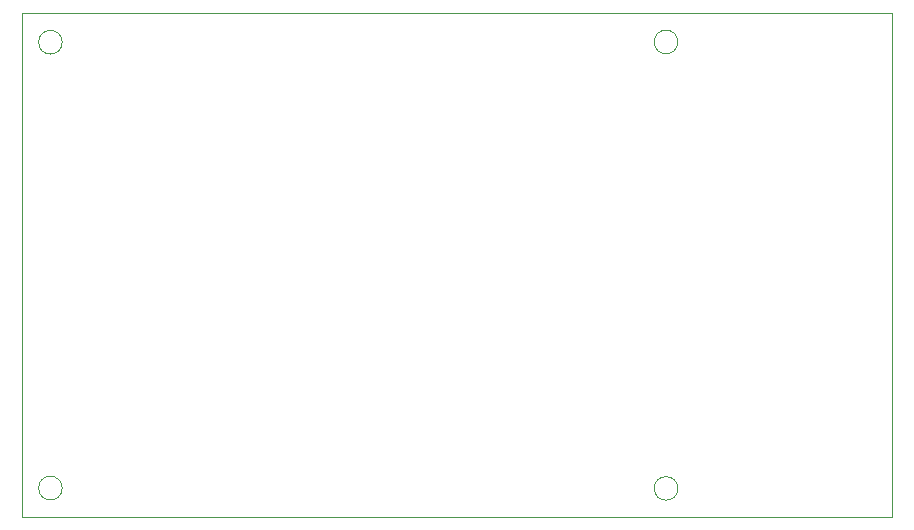
<source format=gm1>
G04 #@! TF.GenerationSoftware,KiCad,Pcbnew,8.0.6*
G04 #@! TF.CreationDate,2025-02-16T16:22:00-07:00*
G04 #@! TF.ProjectId,PACS_1.0,50414353-5f31-42e3-902e-6b696361645f,rev?*
G04 #@! TF.SameCoordinates,Original*
G04 #@! TF.FileFunction,Profile,NP*
%FSLAX46Y46*%
G04 Gerber Fmt 4.6, Leading zero omitted, Abs format (unit mm)*
G04 Created by KiCad (PCBNEW 8.0.6) date 2025-02-16 16:22:00*
%MOMM*%
%LPD*%
G01*
G04 APERTURE LIST*
G04 #@! TA.AperFunction,Profile*
%ADD10C,0.100000*%
G04 #@! TD*
G04 APERTURE END LIST*
D10*
X198625000Y-71225000D02*
G75*
G02*
X196625000Y-71225000I-1000000J0D01*
G01*
X196625000Y-71225000D02*
G75*
G02*
X198625000Y-71225000I1000000J0D01*
G01*
X146500000Y-71250000D02*
G75*
G02*
X144500000Y-71250000I-1000000J0D01*
G01*
X144500000Y-71250000D02*
G75*
G02*
X146500000Y-71250000I1000000J0D01*
G01*
X146500000Y-109000000D02*
G75*
G02*
X144500000Y-109000000I-1000000J0D01*
G01*
X144500000Y-109000000D02*
G75*
G02*
X146500000Y-109000000I1000000J0D01*
G01*
X198625000Y-109025000D02*
G75*
G02*
X196625000Y-109025000I-1000000J0D01*
G01*
X196625000Y-109025000D02*
G75*
G02*
X198625000Y-109025000I1000000J0D01*
G01*
X143128501Y-68750000D02*
X216750000Y-68750000D01*
X216750000Y-111428120D01*
X143128501Y-111428120D01*
X143128501Y-68750000D01*
M02*

</source>
